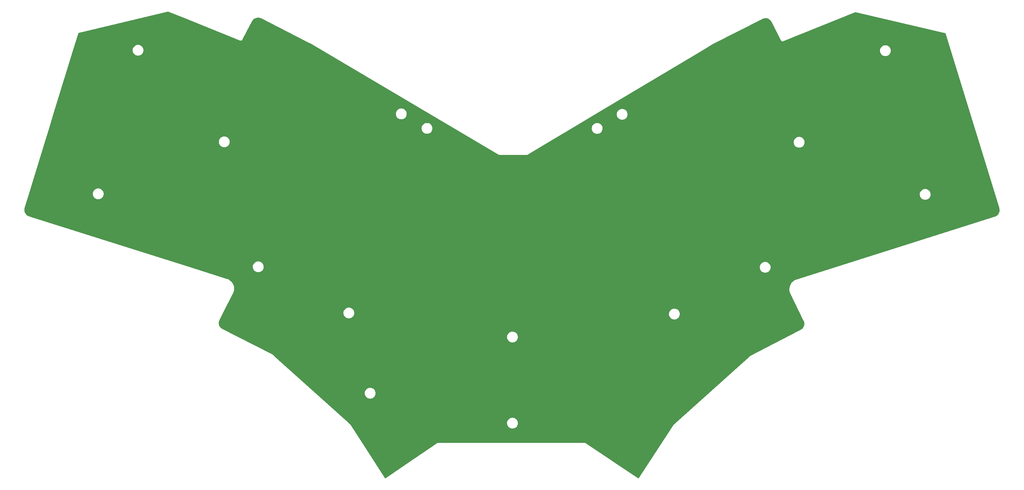
<source format=gbr>
G04 #@! TF.GenerationSoftware,KiCad,Pcbnew,(6.0.7)*
G04 #@! TF.CreationDate,2023-01-10T18:41:08-06:00*
G04 #@! TF.ProjectId,voxcertus-bottom,766f7863-6572-4747-9573-2d626f74746f,1.7*
G04 #@! TF.SameCoordinates,Original*
G04 #@! TF.FileFunction,Copper,L2,Bot*
G04 #@! TF.FilePolarity,Positive*
%FSLAX46Y46*%
G04 Gerber Fmt 4.6, Leading zero omitted, Abs format (unit mm)*
G04 Created by KiCad (PCBNEW (6.0.7)) date 2023-01-10 18:41:08*
%MOMM*%
%LPD*%
G01*
G04 APERTURE LIST*
G04 APERTURE END LIST*
G04 #@! TA.AperFunction,NonConductor*
G36*
X54671178Y-33757254D02*
G01*
X59372750Y-35656762D01*
X76076512Y-42405340D01*
X76079420Y-42406515D01*
X76090948Y-42411864D01*
X76127378Y-42431059D01*
X76136169Y-42432845D01*
X76185913Y-42442951D01*
X76190989Y-42444092D01*
X76248982Y-42458390D01*
X76257348Y-42458032D01*
X76257561Y-42458064D01*
X76261697Y-42458390D01*
X76261914Y-42458392D01*
X76270120Y-42460059D01*
X76279070Y-42459305D01*
X76279071Y-42459305D01*
X76297171Y-42457780D01*
X76329631Y-42455045D01*
X76334800Y-42454717D01*
X76371430Y-42453149D01*
X76385537Y-42452545D01*
X76385538Y-42452545D01*
X76394506Y-42452161D01*
X76402434Y-42449470D01*
X76402663Y-42449439D01*
X76406696Y-42448597D01*
X76406916Y-42448534D01*
X76415263Y-42447831D01*
X76423636Y-42444597D01*
X76423638Y-42444597D01*
X76458693Y-42431059D01*
X76470992Y-42426309D01*
X76475867Y-42424542D01*
X76532433Y-42405340D01*
X76539288Y-42400531D01*
X76539484Y-42400444D01*
X76543147Y-42398489D01*
X76543329Y-42398375D01*
X76551140Y-42395358D01*
X76571265Y-42379963D01*
X76598568Y-42359076D01*
X76602764Y-42356002D01*
X76644325Y-42326847D01*
X76644326Y-42326846D01*
X76651676Y-42321690D01*
X76656908Y-42315147D01*
X76657066Y-42315013D01*
X76660035Y-42312109D01*
X76660183Y-42311942D01*
X76666829Y-42306858D01*
X76702177Y-42258711D01*
X76705340Y-42254585D01*
X76737039Y-42214946D01*
X76737040Y-42214945D01*
X76742647Y-42207933D01*
X76759805Y-42166201D01*
X76764507Y-42156068D01*
X78127338Y-39530761D01*
X79543731Y-36802273D01*
X79550641Y-36790556D01*
X79567211Y-36765641D01*
X79567213Y-36765637D01*
X79572182Y-36758165D01*
X79577075Y-36742481D01*
X79586651Y-36719838D01*
X79643541Y-36615170D01*
X79693409Y-36523422D01*
X79702209Y-36509488D01*
X79849227Y-36307320D01*
X79859772Y-36294652D01*
X79920019Y-36231221D01*
X80031918Y-36113408D01*
X80044018Y-36102232D01*
X80238340Y-35945015D01*
X80251804Y-35935508D01*
X80465001Y-35804990D01*
X80479590Y-35797323D01*
X80707979Y-35695758D01*
X80723444Y-35690060D01*
X80963150Y-35619170D01*
X80979226Y-35615540D01*
X81226131Y-35576545D01*
X81242531Y-35575046D01*
X81379168Y-35571528D01*
X81492416Y-35568612D01*
X81508884Y-35569266D01*
X81757466Y-35595503D01*
X81773709Y-35598301D01*
X82016746Y-35656762D01*
X82032484Y-35661657D01*
X82234444Y-35739284D01*
X82255017Y-35749913D01*
X82258158Y-35751409D01*
X82265635Y-35756382D01*
X82283946Y-35762094D01*
X82303685Y-35770142D01*
X95802657Y-42658792D01*
X97020889Y-43280467D01*
X97027677Y-43284199D01*
X153139196Y-76414211D01*
X153158543Y-76428269D01*
X153167951Y-76436578D01*
X153176080Y-76440394D01*
X153176079Y-76440394D01*
X153207122Y-76454969D01*
X153217639Y-76460527D01*
X153219045Y-76461357D01*
X153222907Y-76463637D01*
X153228437Y-76465917D01*
X153242110Y-76471555D01*
X153247628Y-76473986D01*
X153299800Y-76498481D01*
X153308670Y-76499862D01*
X153311066Y-76500595D01*
X153311886Y-76500889D01*
X153312744Y-76501064D01*
X153315165Y-76501679D01*
X153323466Y-76505102D01*
X153380782Y-76511236D01*
X153386762Y-76512022D01*
X153405563Y-76514950D01*
X153405576Y-76514951D01*
X153410386Y-76515700D01*
X153415768Y-76515700D01*
X153429177Y-76516416D01*
X153459370Y-76519648D01*
X153459373Y-76519648D01*
X153468297Y-76520603D01*
X153484514Y-76517688D01*
X153506805Y-76515700D01*
X161490885Y-76515700D01*
X161514077Y-76517853D01*
X161527977Y-76520456D01*
X161536905Y-76519566D01*
X161536906Y-76519566D01*
X161569456Y-76516321D01*
X161581955Y-76515700D01*
X161586513Y-76515700D01*
X161605982Y-76512912D01*
X161608664Y-76512528D01*
X161614025Y-76511878D01*
X161663979Y-76506898D01*
X161672916Y-76506007D01*
X161680960Y-76502758D01*
X161681878Y-76502579D01*
X161684722Y-76501814D01*
X161685598Y-76501510D01*
X161694187Y-76500280D01*
X161748112Y-76475761D01*
X161753048Y-76473643D01*
X161776690Y-76464095D01*
X161780870Y-76461599D01*
X161783314Y-76460385D01*
X161792407Y-76455622D01*
X161818616Y-76443705D01*
X161826782Y-76439992D01*
X161833577Y-76434137D01*
X161833582Y-76434134D01*
X161840475Y-76428195D01*
X161858120Y-76415471D01*
X167984452Y-72757200D01*
X241116526Y-72757200D01*
X241136391Y-73009603D01*
X241195495Y-73255791D01*
X241197388Y-73260362D01*
X241197389Y-73260364D01*
X241236642Y-73355128D01*
X241292384Y-73489702D01*
X241424672Y-73705576D01*
X241589102Y-73898098D01*
X241781624Y-74062528D01*
X241997498Y-74194816D01*
X242002068Y-74196709D01*
X242002072Y-74196711D01*
X242226836Y-74289811D01*
X242231409Y-74291705D01*
X242316032Y-74312021D01*
X242472784Y-74349654D01*
X242472790Y-74349655D01*
X242477597Y-74350809D01*
X242577416Y-74358665D01*
X242664345Y-74365507D01*
X242664352Y-74365507D01*
X242666801Y-74365700D01*
X242793199Y-74365700D01*
X242795648Y-74365507D01*
X242795655Y-74365507D01*
X242882584Y-74358665D01*
X242982403Y-74350809D01*
X242987210Y-74349655D01*
X242987216Y-74349654D01*
X243143968Y-74312021D01*
X243228591Y-74291705D01*
X243233164Y-74289811D01*
X243457928Y-74196711D01*
X243457932Y-74196709D01*
X243462502Y-74194816D01*
X243678376Y-74062528D01*
X243870898Y-73898098D01*
X244035328Y-73705576D01*
X244167616Y-73489702D01*
X244223359Y-73355128D01*
X244262611Y-73260364D01*
X244262612Y-73260362D01*
X244264505Y-73255791D01*
X244323609Y-73009603D01*
X244343474Y-72757200D01*
X244323609Y-72504797D01*
X244264505Y-72258609D01*
X244262611Y-72254036D01*
X244169511Y-72029272D01*
X244169509Y-72029268D01*
X244167616Y-72024698D01*
X244035328Y-71808824D01*
X243870898Y-71616302D01*
X243678376Y-71451872D01*
X243462502Y-71319584D01*
X243457932Y-71317691D01*
X243457928Y-71317689D01*
X243233164Y-71224589D01*
X243233162Y-71224588D01*
X243228591Y-71222695D01*
X243143968Y-71202379D01*
X242987216Y-71164746D01*
X242987210Y-71164745D01*
X242982403Y-71163591D01*
X242882584Y-71155735D01*
X242795655Y-71148893D01*
X242795648Y-71148893D01*
X242793199Y-71148700D01*
X242666801Y-71148700D01*
X242664352Y-71148893D01*
X242664345Y-71148893D01*
X242577416Y-71155735D01*
X242477597Y-71163591D01*
X242472790Y-71164745D01*
X242472784Y-71164746D01*
X242316032Y-71202379D01*
X242231409Y-71222695D01*
X242226838Y-71224588D01*
X242226836Y-71224589D01*
X242002072Y-71317689D01*
X242002068Y-71317691D01*
X241997498Y-71319584D01*
X241781624Y-71451872D01*
X241589102Y-71616302D01*
X241424672Y-71808824D01*
X241292384Y-72024698D01*
X241290491Y-72029268D01*
X241290489Y-72029272D01*
X241197389Y-72254036D01*
X241195495Y-72258609D01*
X241136391Y-72504797D01*
X241116526Y-72757200D01*
X167984452Y-72757200D01*
X174900765Y-68627200D01*
X180916526Y-68627200D01*
X180936391Y-68879603D01*
X180995495Y-69125791D01*
X180997388Y-69130362D01*
X180997389Y-69130364D01*
X181090073Y-69354122D01*
X181092384Y-69359702D01*
X181224672Y-69575576D01*
X181389102Y-69768098D01*
X181581624Y-69932528D01*
X181797498Y-70064816D01*
X181802068Y-70066709D01*
X181802072Y-70066711D01*
X182010538Y-70153060D01*
X182031409Y-70161705D01*
X182116032Y-70182021D01*
X182272784Y-70219654D01*
X182272790Y-70219655D01*
X182277597Y-70220809D01*
X182377416Y-70228665D01*
X182464345Y-70235507D01*
X182464352Y-70235507D01*
X182466801Y-70235700D01*
X182593199Y-70235700D01*
X182595648Y-70235507D01*
X182595655Y-70235507D01*
X182682584Y-70228665D01*
X182782403Y-70220809D01*
X182787210Y-70219655D01*
X182787216Y-70219654D01*
X182943968Y-70182021D01*
X183028591Y-70161705D01*
X183049462Y-70153060D01*
X183257928Y-70066711D01*
X183257932Y-70066709D01*
X183262502Y-70064816D01*
X183478376Y-69932528D01*
X183670898Y-69768098D01*
X183835328Y-69575576D01*
X183967616Y-69359702D01*
X183969928Y-69354122D01*
X184062611Y-69130364D01*
X184062612Y-69130362D01*
X184064505Y-69125791D01*
X184123609Y-68879603D01*
X184143474Y-68627200D01*
X184123609Y-68374797D01*
X184121257Y-68364997D01*
X184065660Y-68133421D01*
X184064505Y-68128609D01*
X183967616Y-67894698D01*
X183964414Y-67889472D01*
X183837910Y-67683038D01*
X183835328Y-67678824D01*
X183670898Y-67486302D01*
X183478376Y-67321872D01*
X183262502Y-67189584D01*
X183257932Y-67187691D01*
X183257928Y-67187689D01*
X183033164Y-67094589D01*
X183033162Y-67094588D01*
X183028591Y-67092695D01*
X182943968Y-67072379D01*
X182787216Y-67034746D01*
X182787210Y-67034745D01*
X182782403Y-67033591D01*
X182682584Y-67025735D01*
X182595655Y-67018893D01*
X182595648Y-67018893D01*
X182593199Y-67018700D01*
X182466801Y-67018700D01*
X182464352Y-67018893D01*
X182464345Y-67018893D01*
X182377416Y-67025735D01*
X182277597Y-67033591D01*
X182272790Y-67034745D01*
X182272784Y-67034746D01*
X182116032Y-67072379D01*
X182031409Y-67092695D01*
X182026838Y-67094588D01*
X182026836Y-67094589D01*
X181802072Y-67187689D01*
X181802068Y-67187691D01*
X181797498Y-67189584D01*
X181581624Y-67321872D01*
X181389102Y-67486302D01*
X181224672Y-67678824D01*
X181222090Y-67683038D01*
X181095587Y-67889472D01*
X181092384Y-67894698D01*
X180995495Y-68128609D01*
X180994340Y-68133421D01*
X180938744Y-68364997D01*
X180936391Y-68374797D01*
X180916526Y-68627200D01*
X174900765Y-68627200D01*
X181934304Y-64427200D01*
X188366526Y-64427200D01*
X188386391Y-64679603D01*
X188445495Y-64925791D01*
X188447388Y-64930362D01*
X188447389Y-64930364D01*
X188486642Y-65025128D01*
X188542384Y-65159702D01*
X188674672Y-65375576D01*
X188839102Y-65568098D01*
X189031624Y-65732528D01*
X189247498Y-65864816D01*
X189252068Y-65866709D01*
X189252072Y-65866711D01*
X189476836Y-65959811D01*
X189481409Y-65961705D01*
X189566032Y-65982021D01*
X189722784Y-66019654D01*
X189722790Y-66019655D01*
X189727597Y-66020809D01*
X189827416Y-66028665D01*
X189914345Y-66035507D01*
X189914352Y-66035507D01*
X189916801Y-66035700D01*
X190043199Y-66035700D01*
X190045648Y-66035507D01*
X190045655Y-66035507D01*
X190132584Y-66028665D01*
X190232403Y-66020809D01*
X190237210Y-66019655D01*
X190237216Y-66019654D01*
X190393968Y-65982021D01*
X190478591Y-65961705D01*
X190483164Y-65959811D01*
X190707928Y-65866711D01*
X190707932Y-65866709D01*
X190712502Y-65864816D01*
X190928376Y-65732528D01*
X191120898Y-65568098D01*
X191285328Y-65375576D01*
X191417616Y-65159702D01*
X191473359Y-65025128D01*
X191512611Y-64930364D01*
X191512612Y-64930362D01*
X191514505Y-64925791D01*
X191573609Y-64679603D01*
X191593474Y-64427200D01*
X191573609Y-64174797D01*
X191514505Y-63928609D01*
X191512611Y-63924036D01*
X191419511Y-63699272D01*
X191419509Y-63699268D01*
X191417616Y-63694698D01*
X191285328Y-63478824D01*
X191120898Y-63286302D01*
X190928376Y-63121872D01*
X190712502Y-62989584D01*
X190707932Y-62987691D01*
X190707928Y-62987689D01*
X190483164Y-62894589D01*
X190483162Y-62894588D01*
X190478591Y-62892695D01*
X190393968Y-62872379D01*
X190237216Y-62834746D01*
X190237210Y-62834745D01*
X190232403Y-62833591D01*
X190132584Y-62825735D01*
X190045655Y-62818893D01*
X190045648Y-62818893D01*
X190043199Y-62818700D01*
X189916801Y-62818700D01*
X189914352Y-62818893D01*
X189914345Y-62818893D01*
X189827416Y-62825735D01*
X189727597Y-62833591D01*
X189722790Y-62834745D01*
X189722784Y-62834746D01*
X189566032Y-62872379D01*
X189481409Y-62892695D01*
X189476838Y-62894588D01*
X189476836Y-62894589D01*
X189252072Y-62987689D01*
X189252068Y-62987691D01*
X189247498Y-62989584D01*
X189031624Y-63121872D01*
X188839102Y-63286302D01*
X188674672Y-63478824D01*
X188542384Y-63694698D01*
X188540491Y-63699268D01*
X188540489Y-63699272D01*
X188447389Y-63924036D01*
X188445495Y-63928609D01*
X188386391Y-64174797D01*
X188366526Y-64427200D01*
X181934304Y-64427200D01*
X213752695Y-45427200D01*
X266826526Y-45427200D01*
X266846391Y-45679603D01*
X266905495Y-45925791D01*
X267002384Y-46159702D01*
X267134672Y-46375576D01*
X267299102Y-46568098D01*
X267491624Y-46732528D01*
X267707498Y-46864816D01*
X267712068Y-46866709D01*
X267712072Y-46866711D01*
X267813443Y-46908700D01*
X267941409Y-46961705D01*
X268026032Y-46982021D01*
X268182784Y-47019654D01*
X268182790Y-47019655D01*
X268187597Y-47020809D01*
X268287416Y-47028665D01*
X268374345Y-47035507D01*
X268374352Y-47035507D01*
X268376801Y-47035700D01*
X268503199Y-47035700D01*
X268505648Y-47035507D01*
X268505655Y-47035507D01*
X268592584Y-47028665D01*
X268692403Y-47020809D01*
X268697210Y-47019655D01*
X268697216Y-47019654D01*
X268853968Y-46982021D01*
X268938591Y-46961705D01*
X269066557Y-46908700D01*
X269167928Y-46866711D01*
X269167932Y-46866709D01*
X269172502Y-46864816D01*
X269388376Y-46732528D01*
X269580898Y-46568098D01*
X269745328Y-46375576D01*
X269877616Y-46159702D01*
X269974505Y-45925791D01*
X270033609Y-45679603D01*
X270053474Y-45427200D01*
X270033609Y-45174797D01*
X269974505Y-44928609D01*
X269877616Y-44694698D01*
X269745328Y-44478824D01*
X269580898Y-44286302D01*
X269388376Y-44121872D01*
X269172502Y-43989584D01*
X269167932Y-43987691D01*
X269167928Y-43987689D01*
X268943164Y-43894589D01*
X268943162Y-43894588D01*
X268938591Y-43892695D01*
X268853968Y-43872379D01*
X268697216Y-43834746D01*
X268697210Y-43834745D01*
X268692403Y-43833591D01*
X268592584Y-43825735D01*
X268505655Y-43818893D01*
X268505648Y-43818893D01*
X268503199Y-43818700D01*
X268376801Y-43818700D01*
X268374352Y-43818893D01*
X268374345Y-43818893D01*
X268287416Y-43825735D01*
X268187597Y-43833591D01*
X268182790Y-43834745D01*
X268182784Y-43834746D01*
X268026032Y-43872379D01*
X267941409Y-43892695D01*
X267936838Y-43894588D01*
X267936836Y-43894589D01*
X267712072Y-43987689D01*
X267712068Y-43987691D01*
X267707498Y-43989584D01*
X267491624Y-44121872D01*
X267299102Y-44286302D01*
X267134672Y-44478824D01*
X267002384Y-44694698D01*
X266905495Y-44928609D01*
X266846391Y-45174797D01*
X266826526Y-45427200D01*
X213752695Y-45427200D01*
X217044197Y-43461716D01*
X217051598Y-43457626D01*
X231745185Y-35971738D01*
X231763506Y-35964156D01*
X231776841Y-35959831D01*
X231776845Y-35959829D01*
X231785379Y-35957061D01*
X231792793Y-35952009D01*
X231792797Y-35952007D01*
X231798930Y-35947828D01*
X231820524Y-35936022D01*
X232025399Y-35848803D01*
X232040987Y-35843345D01*
X232280913Y-35776631D01*
X232297086Y-35773259D01*
X232543690Y-35738521D01*
X232560167Y-35737294D01*
X232676009Y-35736290D01*
X232809189Y-35735135D01*
X232825689Y-35736076D01*
X232892233Y-35744275D01*
X233072846Y-35766529D01*
X233089078Y-35769621D01*
X233330138Y-35832168D01*
X233345829Y-35837359D01*
X233392283Y-35856190D01*
X233576614Y-35930913D01*
X233591471Y-35938103D01*
X233808050Y-36061076D01*
X233821846Y-36070156D01*
X233879022Y-36113411D01*
X234020449Y-36220406D01*
X234032937Y-36231211D01*
X234210172Y-36406172D01*
X234221142Y-36418525D01*
X234373944Y-36615170D01*
X234383205Y-36628855D01*
X234491908Y-36814669D01*
X234501640Y-36836506D01*
X234502913Y-36839131D01*
X234505644Y-36847681D01*
X234510663Y-36855117D01*
X234510664Y-36855119D01*
X234525268Y-36876755D01*
X234532950Y-36889755D01*
X237314599Y-42315013D01*
X237333349Y-42351583D01*
X237338362Y-42362641D01*
X237350771Y-42393949D01*
X237350774Y-42393955D01*
X237354079Y-42402292D01*
X237359592Y-42409368D01*
X237359596Y-42409375D01*
X237389900Y-42448269D01*
X237393332Y-42452888D01*
X237427016Y-42500472D01*
X237434051Y-42506049D01*
X237434750Y-42506787D01*
X237435743Y-42507942D01*
X237436208Y-42508411D01*
X237437365Y-42509423D01*
X237438087Y-42510118D01*
X237443599Y-42517193D01*
X237450876Y-42522437D01*
X237450877Y-42522438D01*
X237490863Y-42551254D01*
X237495469Y-42554736D01*
X237534131Y-42585384D01*
X237541160Y-42590956D01*
X237549469Y-42594330D01*
X237550344Y-42594841D01*
X237551616Y-42595667D01*
X237552209Y-42595995D01*
X237553609Y-42596644D01*
X237554485Y-42597102D01*
X237561769Y-42602352D01*
X237600401Y-42616015D01*
X237616703Y-42621781D01*
X237622086Y-42623824D01*
X237676111Y-42645767D01*
X237685045Y-42646675D01*
X237686033Y-42646921D01*
X237687488Y-42647358D01*
X237688137Y-42647504D01*
X237689659Y-42647733D01*
X237690627Y-42647927D01*
X237699090Y-42650920D01*
X237708050Y-42651418D01*
X237708052Y-42651418D01*
X237737002Y-42653025D01*
X237757255Y-42654150D01*
X237762992Y-42654600D01*
X237797559Y-42658114D01*
X237812090Y-42659592D01*
X237812091Y-42659592D01*
X237821022Y-42660500D01*
X237829851Y-42658865D01*
X237830866Y-42658823D01*
X237832390Y-42658834D01*
X237833040Y-42658792D01*
X237834574Y-42658584D01*
X237835559Y-42658498D01*
X237844524Y-42658996D01*
X237901295Y-42645762D01*
X237906912Y-42644588D01*
X237923327Y-42641547D01*
X237955420Y-42635602D01*
X237955423Y-42635601D01*
X237964243Y-42633967D01*
X237972249Y-42629924D01*
X237972251Y-42629923D01*
X238005837Y-42612961D01*
X238015495Y-42608584D01*
X259452618Y-33959626D01*
X259528360Y-33953762D01*
X286333079Y-40200730D01*
X286394881Y-40235672D01*
X286424956Y-40286542D01*
X302353402Y-92292670D01*
X302404087Y-92458157D01*
X302408849Y-92481224D01*
X302410330Y-92494629D01*
X302413780Y-92502914D01*
X302413780Y-92502916D01*
X302416640Y-92509785D01*
X302423832Y-92533309D01*
X302467575Y-92750255D01*
X302469770Y-92766605D01*
X302476146Y-92860356D01*
X302486578Y-93013758D01*
X302486617Y-93030259D01*
X302477223Y-93178824D01*
X302470984Y-93277481D01*
X302468867Y-93293836D01*
X302429179Y-93495622D01*
X302421061Y-93536898D01*
X302416823Y-93552845D01*
X302337667Y-93787561D01*
X302331384Y-93802815D01*
X302317672Y-93830748D01*
X302222224Y-94025193D01*
X302213999Y-94039496D01*
X302076718Y-94245696D01*
X302066702Y-94258792D01*
X301903650Y-94445288D01*
X301891998Y-94456973D01*
X301705980Y-94620554D01*
X301692905Y-94630613D01*
X301622754Y-94677608D01*
X301487106Y-94768480D01*
X301472828Y-94776746D01*
X301250760Y-94886546D01*
X301235535Y-94892869D01*
X301110147Y-94935558D01*
X301032820Y-94961884D01*
X301010297Y-94966876D01*
X301006847Y-94967758D01*
X300997922Y-94968727D01*
X300955293Y-94986381D01*
X300945170Y-94990075D01*
X242012996Y-113676655D01*
X241992884Y-113681259D01*
X241976973Y-113683551D01*
X241976965Y-113683553D01*
X241972154Y-113684246D01*
X241960153Y-113687927D01*
X241955774Y-113690054D01*
X241953257Y-113691044D01*
X241947379Y-113693584D01*
X241651329Y-113806268D01*
X241648293Y-113807816D01*
X241359747Y-113954926D01*
X241359743Y-113954929D01*
X241356727Y-113956466D01*
X241353895Y-113958319D01*
X241353889Y-113958322D01*
X241082832Y-114135630D01*
X241082825Y-114135635D01*
X241079994Y-114137487D01*
X240824341Y-114347229D01*
X240592737Y-114583257D01*
X240387869Y-114842832D01*
X240386069Y-114845700D01*
X240386066Y-114845705D01*
X240348188Y-114906074D01*
X240212117Y-115122941D01*
X240210631Y-115125997D01*
X240210630Y-115125999D01*
X240124045Y-115304077D01*
X240067519Y-115420332D01*
X240066373Y-115423524D01*
X240066371Y-115423528D01*
X239956903Y-115728352D01*
X239956900Y-115728361D01*
X239955754Y-115731553D01*
X239878120Y-116052992D01*
X239835518Y-116380917D01*
X239828442Y-116711523D01*
X239856975Y-117040970D01*
X239857627Y-117044286D01*
X239857628Y-117044292D01*
X239918166Y-117352117D01*
X239920785Y-117365436D01*
X240019131Y-117681155D01*
X240020483Y-117684268D01*
X240020485Y-117684273D01*
X240138657Y-117956337D01*
X240142471Y-117966674D01*
X240143318Y-117968830D01*
X240144744Y-117973491D01*
X240150221Y-117984786D01*
X240152991Y-117988784D01*
X240164471Y-118005353D01*
X240174101Y-118021778D01*
X244006503Y-125862154D01*
X244060086Y-125971775D01*
X244067249Y-125989843D01*
X244074351Y-126012780D01*
X244079304Y-126020262D01*
X244079305Y-126020264D01*
X244083414Y-126026471D01*
X244094924Y-126048207D01*
X244179733Y-126254968D01*
X244184975Y-126270584D01*
X244248813Y-126512196D01*
X244251970Y-126528364D01*
X244283716Y-126776222D01*
X244284736Y-126792671D01*
X244284287Y-126918829D01*
X244283847Y-127042555D01*
X244282710Y-127059001D01*
X244249207Y-127306619D01*
X244245933Y-127322777D01*
X244180384Y-127563913D01*
X244175028Y-127579504D01*
X244089071Y-127784898D01*
X244078561Y-127810011D01*
X244071221Y-127824758D01*
X243945478Y-128040708D01*
X243936268Y-128054381D01*
X243783415Y-128252055D01*
X243772499Y-128264409D01*
X243595142Y-128440437D01*
X243582706Y-128451260D01*
X243383891Y-128602621D01*
X243370149Y-128611728D01*
X243182414Y-128719161D01*
X243161218Y-128728367D01*
X243158033Y-128729874D01*
X243149460Y-128732525D01*
X243141974Y-128737476D01*
X243116206Y-128754518D01*
X243104807Y-128761225D01*
X242436944Y-129108331D01*
X228217420Y-136498599D01*
X228195742Y-136507416D01*
X228182483Y-136511420D01*
X228147305Y-136534354D01*
X228136611Y-136540598D01*
X228132301Y-136542838D01*
X228128653Y-136545451D01*
X228114380Y-136555674D01*
X228109838Y-136558779D01*
X228088728Y-136572541D01*
X228085108Y-136575795D01*
X228083591Y-136576960D01*
X228074806Y-136584018D01*
X228051170Y-136600948D01*
X228043871Y-136606176D01*
X228038336Y-136613239D01*
X228038334Y-136613240D01*
X228032909Y-136620162D01*
X228017971Y-136636142D01*
X205495702Y-156880879D01*
X205477711Y-156894355D01*
X205471548Y-156898164D01*
X205471544Y-156898167D01*
X205463907Y-156902887D01*
X205437405Y-156932336D01*
X205432536Y-156937202D01*
X205432551Y-156937217D01*
X205429442Y-156940439D01*
X205426111Y-156943433D01*
X205423247Y-156946859D01*
X205423234Y-156946872D01*
X205410443Y-156962171D01*
X205407438Y-156965635D01*
X205389041Y-156986078D01*
X205386383Y-156990151D01*
X205383410Y-156994016D01*
X205383336Y-156993959D01*
X205379227Y-156999508D01*
X205356341Y-157026881D01*
X205352749Y-157035104D01*
X205348276Y-157045344D01*
X205338323Y-157063777D01*
X204968145Y-157630881D01*
X194941342Y-172991702D01*
X194887359Y-173037811D01*
X194817015Y-173047415D01*
X194765736Y-173027530D01*
X194762219Y-173025175D01*
X179195072Y-162603072D01*
X179181714Y-162592769D01*
X179165547Y-162578477D01*
X179165546Y-162578476D01*
X179158821Y-162572531D01*
X179095354Y-162542694D01*
X179094412Y-162542247D01*
X179045720Y-162518863D01*
X179031055Y-162511820D01*
X179028940Y-162511472D01*
X179027003Y-162510561D01*
X178957644Y-162499726D01*
X178956618Y-162499561D01*
X178915210Y-162492742D01*
X178887333Y-162488151D01*
X178857180Y-162491825D01*
X178853103Y-162492322D01*
X178837799Y-162493247D01*
X136031824Y-162471752D01*
X135156927Y-162471313D01*
X135141069Y-162470303D01*
X135117182Y-162467260D01*
X135117179Y-162467260D01*
X135108276Y-162466126D01*
X135084600Y-162469893D01*
X135041372Y-162476771D01*
X135039375Y-162477072D01*
X134980963Y-162485408D01*
X134980961Y-162485408D01*
X134972331Y-162486640D01*
X134968539Y-162488362D01*
X134964428Y-162489016D01*
X134941980Y-162499647D01*
X134903200Y-162518012D01*
X134901365Y-162518863D01*
X134847877Y-162543150D01*
X134847875Y-162543151D01*
X134839705Y-162546861D01*
X134832906Y-162552713D01*
X134832899Y-162552718D01*
X134811676Y-162570988D01*
X134800289Y-162579713D01*
X125849870Y-168660494D01*
X119430536Y-173021694D01*
X119362949Y-173043430D01*
X119294339Y-173025175D01*
X119253900Y-172985853D01*
X112538369Y-162592769D01*
X108968672Y-157068238D01*
X108958370Y-157048738D01*
X108951653Y-157032779D01*
X108927348Y-157002901D01*
X108923677Y-156997848D01*
X108923604Y-156997903D01*
X108920915Y-156994328D01*
X108918481Y-156990561D01*
X108901756Y-156971333D01*
X108899082Y-156968154D01*
X108884099Y-156949736D01*
X108884098Y-156949735D01*
X108881027Y-156945960D01*
X108877411Y-156942701D01*
X108874058Y-156939175D01*
X108874183Y-156939056D01*
X108869792Y-156934587D01*
X108868672Y-156933300D01*
X108847094Y-156908493D01*
X108839534Y-156903643D01*
X108829214Y-156897022D01*
X108812904Y-156884574D01*
X108474670Y-156579792D01*
X155665726Y-156579792D01*
X155685591Y-156832195D01*
X155686745Y-156837002D01*
X155686746Y-156837008D01*
X155712903Y-156945960D01*
X155744695Y-157078383D01*
X155841584Y-157312294D01*
X155973872Y-157528168D01*
X156138302Y-157720690D01*
X156330824Y-157885120D01*
X156546698Y-158017408D01*
X156551268Y-158019301D01*
X156551272Y-158019303D01*
X156776036Y-158112403D01*
X156780609Y-158114297D01*
X156865232Y-158134613D01*
X157021984Y-158172246D01*
X157021990Y-158172247D01*
X157026797Y-158173401D01*
X157126616Y-158181257D01*
X157213545Y-158188099D01*
X157213552Y-158188099D01*
X157216001Y-158188292D01*
X157342399Y-158188292D01*
X157344848Y-158188099D01*
X157344855Y-158188099D01*
X157431784Y-158181257D01*
X157531603Y-158173401D01*
X157536410Y-158172247D01*
X157536416Y-158172246D01*
X157693168Y-158134613D01*
X157777791Y-158114297D01*
X157782364Y-158112403D01*
X158007128Y-158019303D01*
X158007132Y-158019301D01*
X158011702Y-158017408D01*
X158227576Y-157885120D01*
X158420098Y-157720690D01*
X158584528Y-157528168D01*
X158716816Y-157312294D01*
X158813705Y-157078383D01*
X158845497Y-156945960D01*
X158871654Y-156837008D01*
X158871655Y-156837002D01*
X158872809Y-156832195D01*
X158892674Y-156579792D01*
X158872809Y-156327389D01*
X158813705Y-156081201D01*
X158716816Y-155847290D01*
X158584528Y-155631416D01*
X158420098Y-155438894D01*
X158227576Y-155274464D01*
X158011702Y-155142176D01*
X158007132Y-155140283D01*
X158007128Y-155140281D01*
X157782364Y-155047181D01*
X157782362Y-155047180D01*
X157777791Y-155045287D01*
X157693168Y-155024971D01*
X157536416Y-154987338D01*
X157536410Y-154987337D01*
X157531603Y-154986183D01*
X157431784Y-154978327D01*
X157344855Y-154971485D01*
X157344848Y-154971485D01*
X157342399Y-154971292D01*
X157216001Y-154971292D01*
X157213552Y-154971485D01*
X157213545Y-154971485D01*
X157126616Y-154978327D01*
X157026797Y-154986183D01*
X157021990Y-154987337D01*
X157021984Y-154987338D01*
X156865232Y-155024971D01*
X156780609Y-155045287D01*
X156776038Y-155047180D01*
X156776036Y-155047181D01*
X156551272Y-155140281D01*
X156551268Y-155140283D01*
X156546698Y-155142176D01*
X156330824Y-155274464D01*
X156138302Y-155438894D01*
X155973872Y-155631416D01*
X155841584Y-155847290D01*
X155744695Y-156081201D01*
X155685591Y-156327389D01*
X155665726Y-156579792D01*
X108474670Y-156579792D01*
X98553861Y-147640162D01*
X113247726Y-147640162D01*
X113267591Y-147892565D01*
X113326695Y-148138753D01*
X113423584Y-148372664D01*
X113555872Y-148588538D01*
X113720302Y-148781060D01*
X113912824Y-148945490D01*
X114128698Y-149077778D01*
X114133268Y-149079671D01*
X114133272Y-149079673D01*
X114358036Y-149172773D01*
X114362609Y-149174667D01*
X114447232Y-149194983D01*
X114603984Y-149232616D01*
X114603990Y-149232617D01*
X114608797Y-149233771D01*
X114708616Y-149241627D01*
X114795545Y-149248469D01*
X114795552Y-149248469D01*
X114798001Y-149248662D01*
X114924399Y-149248662D01*
X114926848Y-149248469D01*
X114926855Y-149248469D01*
X115013784Y-149241627D01*
X115113603Y-149233771D01*
X115118410Y-149232617D01*
X115118416Y-149232616D01*
X115275168Y-149194983D01*
X115359791Y-149174667D01*
X115364364Y-149172773D01*
X115589128Y-149079673D01*
X115589132Y-149079671D01*
X115593702Y-149077778D01*
X115809576Y-148945490D01*
X116002098Y-148781060D01*
X116166528Y-148588538D01*
X116298816Y-148372664D01*
X116395705Y-148138753D01*
X116454809Y-147892565D01*
X116474674Y-147640162D01*
X116454809Y-147387759D01*
X116395705Y-147141571D01*
X116298816Y-146907660D01*
X116166528Y-146691786D01*
X116002098Y-146499264D01*
X115809576Y-146334834D01*
X115593702Y-146202546D01*
X115589132Y-146200653D01*
X115589128Y-146200651D01*
X115364364Y-146107551D01*
X115364362Y-146107550D01*
X115359791Y-146105657D01*
X115275168Y-146085341D01*
X115118416Y-146047708D01*
X115118410Y-146047707D01*
X115113603Y-146046553D01*
X115013784Y-146038697D01*
X114926855Y-146031855D01*
X114926848Y-146031855D01*
X114924399Y-146031662D01*
X114798001Y-146031662D01*
X114795552Y-146031855D01*
X114795545Y-146031855D01*
X114708616Y-146038697D01*
X114608797Y-146046553D01*
X114603990Y-146047707D01*
X114603984Y-146047708D01*
X114447232Y-146085341D01*
X114362609Y-146105657D01*
X114358038Y-146107550D01*
X114358036Y-146107551D01*
X114133272Y-146200651D01*
X114133268Y-146200653D01*
X114128698Y-146202546D01*
X113912824Y-146334834D01*
X113720302Y-146499264D01*
X113555872Y-146691786D01*
X113423584Y-146907660D01*
X113326695Y-147141571D01*
X113267591Y-147387759D01*
X113247726Y-147640162D01*
X98553861Y-147640162D01*
X87188215Y-137398591D01*
X85779370Y-136129082D01*
X85764278Y-136112861D01*
X85759315Y-136106483D01*
X85753807Y-136099405D01*
X85746532Y-136094156D01*
X85746529Y-136094153D01*
X85722357Y-136076712D01*
X85717378Y-136072692D01*
X85717332Y-136072751D01*
X85713803Y-136069999D01*
X85710473Y-136066999D01*
X85689508Y-136052926D01*
X85686069Y-136050532D01*
X85663046Y-136033921D01*
X85658710Y-136031716D01*
X85654549Y-136029177D01*
X85654629Y-136029046D01*
X85649090Y-136025795D01*
X85627615Y-136011379D01*
X85627612Y-136011377D01*
X85620161Y-136006376D01*
X85600167Y-136000045D01*
X85581083Y-135992231D01*
X75532720Y-130881200D01*
X155665726Y-130881200D01*
X155685591Y-131133603D01*
X155744695Y-131379791D01*
X155841584Y-131613702D01*
X155973872Y-131829576D01*
X156138302Y-132022098D01*
X156330824Y-132186528D01*
X156546698Y-132318816D01*
X156551268Y-132320709D01*
X156551272Y-132320711D01*
X156776036Y-132413811D01*
X156780609Y-132415705D01*
X156865232Y-132436021D01*
X157021984Y-132473654D01*
X157021990Y-132473655D01*
X157026797Y-132474809D01*
X157126616Y-132482665D01*
X157213545Y-132489507D01*
X157213552Y-132489507D01*
X157216001Y-132489700D01*
X157342399Y-132489700D01*
X157344848Y-132489507D01*
X157344855Y-132489507D01*
X157431784Y-132482665D01*
X157531603Y-132474809D01*
X157536410Y-132473655D01*
X157536416Y-132473654D01*
X157693168Y-132436021D01*
X157777791Y-132415705D01*
X157782364Y-132413811D01*
X158007128Y-132320711D01*
X158007132Y-132320709D01*
X158011702Y-132318816D01*
X158227576Y-132186528D01*
X158420098Y-132022098D01*
X158584528Y-131829576D01*
X158716816Y-131613702D01*
X158813705Y-131379791D01*
X158872809Y-131133603D01*
X158892674Y-130881200D01*
X158872809Y-130628797D01*
X158813705Y-130382609D01*
X158716816Y-130148698D01*
X158584528Y-129932824D01*
X158420098Y-129740302D01*
X158227576Y-129575872D01*
X158011702Y-129443584D01*
X158007132Y-129441691D01*
X158007128Y-129441689D01*
X157782364Y-129348589D01*
X157782362Y-129348588D01*
X157777791Y-129346695D01*
X157660237Y-129318473D01*
X157536416Y-129288746D01*
X157536410Y-129288745D01*
X157531603Y-129287591D01*
X157431784Y-129279735D01*
X157344855Y-129272893D01*
X157344848Y-129272893D01*
X157342399Y-129272700D01*
X157216001Y-129272700D01*
X157213552Y-129272893D01*
X157213545Y-129272893D01*
X157126616Y-129279735D01*
X157026797Y-129287591D01*
X157021990Y-129288745D01*
X157021984Y-129288746D01*
X156898163Y-129318473D01*
X156780609Y-129346695D01*
X156776038Y-129348588D01*
X156776036Y-129348589D01*
X156551272Y-129441689D01*
X156551268Y-129441691D01*
X156546698Y-129443584D01*
X156330824Y-129575872D01*
X156138302Y-129740302D01*
X155973872Y-129932824D01*
X155841584Y-130148698D01*
X155744695Y-130382609D01*
X155685591Y-130628797D01*
X155665726Y-130881200D01*
X75532720Y-130881200D01*
X74552483Y-130382609D01*
X70875764Y-128512471D01*
X70858512Y-128501869D01*
X70840822Y-128488931D01*
X70825405Y-128483356D01*
X70803191Y-128472767D01*
X70611205Y-128356992D01*
X70597639Y-128347546D01*
X70401846Y-128191169D01*
X70389634Y-128180027D01*
X70216007Y-127999373D01*
X70205359Y-127986729D01*
X70056874Y-127784898D01*
X70047973Y-127770969D01*
X69927191Y-127551441D01*
X69920189Y-127536466D01*
X69900895Y-127486973D01*
X69829178Y-127302997D01*
X69824199Y-127287238D01*
X69764543Y-127043890D01*
X69761668Y-127027612D01*
X69734379Y-126778526D01*
X69733661Y-126762011D01*
X69735915Y-126660351D01*
X69739216Y-126511502D01*
X69740665Y-126495041D01*
X69778966Y-126247420D01*
X69782559Y-126231285D01*
X69852945Y-125990814D01*
X69858619Y-125975287D01*
X69946250Y-125776951D01*
X69958210Y-125756354D01*
X69959627Y-125753722D01*
X69964961Y-125746500D01*
X69977017Y-125713641D01*
X69983072Y-125699777D01*
X71004891Y-123697200D01*
X106897726Y-123697200D01*
X106917591Y-123949603D01*
X106918745Y-123954410D01*
X106918746Y-123954416D01*
X106956379Y-124111168D01*
X106976695Y-124195791D01*
X107073584Y-124429702D01*
X107205872Y-124645576D01*
X107370302Y-124838098D01*
X107562824Y-125002528D01*
X107778698Y-125134816D01*
X107783268Y-125136709D01*
X107783272Y-125136711D01*
X108008036Y-125229811D01*
X108012609Y-125231705D01*
X108097232Y-125252021D01*
X108253984Y-125289654D01*
X108253990Y-125289655D01*
X108258797Y-125290809D01*
X108358616Y-125298665D01*
X108445545Y-125305507D01*
X108445552Y-125305507D01*
X108448001Y-125305700D01*
X108574399Y-125305700D01*
X108576848Y-125305507D01*
X108576855Y-125305507D01*
X108663784Y-125298665D01*
X108763603Y-125290809D01*
X108768410Y-125289655D01*
X108768416Y-125289654D01*
X108925168Y-125252021D01*
X109009791Y-125231705D01*
X109014364Y-125229811D01*
X109239128Y-125136711D01*
X109239132Y-125136709D01*
X109243702Y-125134816D01*
X109459576Y-125002528D01*
X109652098Y-124838098D01*
X109816528Y-124645576D01*
X109948816Y-124429702D01*
X110045705Y-124195791D01*
X110066021Y-124111168D01*
X110087140Y-124023200D01*
X203925726Y-124023200D01*
X203945591Y-124275603D01*
X204004695Y-124521791D01*
X204101584Y-124755702D01*
X204233872Y-124971576D01*
X204398302Y-125164098D01*
X204590824Y-125328528D01*
X204806698Y-125460816D01*
X204811268Y-125462709D01*
X204811272Y-125462711D01*
X204989833Y-125536673D01*
X205040609Y-125557705D01*
X205125232Y-125578021D01*
X205281984Y-125615654D01*
X205281990Y-125615655D01*
X205286797Y-125616809D01*
X205386616Y-125624665D01*
X205473545Y-125631507D01*
X205473552Y-125631507D01*
X205476001Y-125631700D01*
X205602399Y-125631700D01*
X205604848Y-125631507D01*
X205604855Y-125631507D01*
X205691784Y-125624665D01*
X205791603Y-125616809D01*
X205796410Y-125615655D01*
X205796416Y-125615654D01*
X205953168Y-125578021D01*
X206037791Y-125557705D01*
X206088567Y-125536673D01*
X206267128Y-125462711D01*
X206267132Y-125462709D01*
X206271702Y-125460816D01*
X206487576Y-125328528D01*
X206680098Y-125164098D01*
X206844528Y-124971576D01*
X206976816Y-124755702D01*
X207073705Y-124521791D01*
X207132809Y-124275603D01*
X207152674Y-124023200D01*
X207132809Y-123770797D01*
X207113957Y-123692270D01*
X207074860Y-123529421D01*
X207073705Y-123524609D01*
X206976816Y-123290698D01*
X206844528Y-123074824D01*
X206680098Y-122882302D01*
X206487576Y-122717872D01*
X206271702Y-122585584D01*
X206267132Y-122583691D01*
X206267128Y-122583689D01*
X206042364Y-122490589D01*
X206042362Y-122490588D01*
X206037791Y-122488695D01*
X205953168Y-122468379D01*
X205796416Y-122430746D01*
X205796410Y-122430745D01*
X205791603Y-122429591D01*
X205691784Y-122421735D01*
X205604855Y-122414893D01*
X205604848Y-122414893D01*
X205602399Y-122414700D01*
X205476001Y-122414700D01*
X205473552Y-122414893D01*
X205473545Y-122414893D01*
X205386616Y-122421735D01*
X205286797Y-122429591D01*
X205281990Y-122430745D01*
X205281984Y-122430746D01*
X205125232Y-122468379D01*
X205040609Y-122488695D01*
X205036038Y-122490588D01*
X205036036Y-122490589D01*
X204811272Y-122583689D01*
X204811268Y-122583691D01*
X204806698Y-122585584D01*
X204590824Y-122717872D01*
X204398302Y-122882302D01*
X204233872Y-123074824D01*
X204101584Y-123290698D01*
X204004695Y-123524609D01*
X204003540Y-123529421D01*
X203964444Y-123692270D01*
X203945591Y-123770797D01*
X203925726Y-124023200D01*
X110087140Y-124023200D01*
X110103654Y-123954416D01*
X110103655Y-123954410D01*
X110104809Y-123949603D01*
X110124674Y-123697200D01*
X110104809Y-123444797D01*
X110045705Y-123198609D01*
X109948816Y-122964698D01*
X109816528Y-122748824D01*
X109652098Y-122556302D01*
X109459576Y-122391872D01*
X109243702Y-122259584D01*
X109239132Y-122257691D01*
X109239128Y-122257689D01*
X109014364Y-122164589D01*
X109014362Y-122164588D01*
X109009791Y-122162695D01*
X108925168Y-122142379D01*
X108768416Y-122104746D01*
X108768410Y-122104745D01*
X108763603Y-122103591D01*
X108663784Y-122095735D01*
X108576855Y-122088893D01*
X108576848Y-122088893D01*
X108574399Y-122088700D01*
X108448001Y-122088700D01*
X108445552Y-122088893D01*
X108445545Y-122088893D01*
X108358616Y-122095735D01*
X108258797Y-122103591D01*
X108253990Y-122104745D01*
X108253984Y-122104746D01*
X108097232Y-122142379D01*
X108012609Y-122162695D01*
X108008038Y-122164588D01*
X108008036Y-122164589D01*
X107783272Y-122257689D01*
X107783268Y-122257691D01*
X107778698Y-122259584D01*
X107562824Y-122391872D01*
X107370302Y-122556302D01*
X107205872Y-122748824D01*
X107073584Y-122964698D01*
X106976695Y-123198609D01*
X106917591Y-123444797D01*
X106897726Y-123697200D01*
X71004891Y-123697200D01*
X73987079Y-117852658D01*
X73996430Y-117837186D01*
X74012286Y-117814760D01*
X74014619Y-117810061D01*
X74015705Y-117807876D01*
X74015707Y-117807870D01*
X74017869Y-117803517D01*
X74019373Y-117798766D01*
X74023207Y-117788286D01*
X74143645Y-117499498D01*
X74237025Y-117184071D01*
X74296089Y-116860459D01*
X74320159Y-116532382D01*
X74318194Y-116474695D01*
X74309072Y-116206988D01*
X74309072Y-116206987D01*
X74308957Y-116203615D01*
X74262613Y-115877937D01*
X74181659Y-115559095D01*
X74128934Y-115417275D01*
X74068211Y-115253940D01*
X74068209Y-115253936D01*
X74067027Y-115250756D01*
X74064498Y-115245691D01*
X73921544Y-114959487D01*
X73921543Y-114959486D01*
X73920035Y-114956466D01*
X73742374Y-114679608D01*
X73536086Y-114423368D01*
X73533703Y-114420983D01*
X73533697Y-114420977D01*
X73305936Y-114193086D01*
X73305932Y-114193083D01*
X73303544Y-114190693D01*
X73300914Y-114188573D01*
X73300906Y-114188566D01*
X73050064Y-113986387D01*
X73047423Y-113984258D01*
X72770668Y-113806437D01*
X72767652Y-113804928D01*
X72767646Y-113804925D01*
X72479481Y-113660786D01*
X72479480Y-113660785D01*
X72476462Y-113659276D01*
X72198134Y-113555618D01*
X72185106Y-113549909D01*
X72184731Y-113549719D01*
X72180387Y-113547515D01*
X72174419Y-113545570D01*
X72173082Y-113545134D01*
X72173079Y-113545133D01*
X72168451Y-113543625D01*
X72142167Y-113539366D01*
X72124259Y-113535102D01*
X60738922Y-109927200D01*
X79896526Y-109927200D01*
X79916391Y-110179603D01*
X79917545Y-110184410D01*
X79917546Y-110184416D01*
X79953558Y-110334416D01*
X79975495Y-110425791D01*
X79977388Y-110430362D01*
X79977389Y-110430364D01*
X80035634Y-110570979D01*
X80072384Y-110659702D01*
X80204672Y-110875576D01*
X80369102Y-111068098D01*
X80561624Y-111232528D01*
X80777498Y-111364816D01*
X80782068Y-111366709D01*
X80782072Y-111366711D01*
X81006836Y-111459811D01*
X81011409Y-111461705D01*
X81096032Y-111482021D01*
X81252784Y-111519654D01*
X81252790Y-111519655D01*
X81257597Y-111520809D01*
X81357416Y-111528665D01*
X81444345Y-111535507D01*
X81444352Y-111535507D01*
X81446801Y-111535700D01*
X81573199Y-111535700D01*
X81575648Y-111535507D01*
X81575655Y-111535507D01*
X81662584Y-111528665D01*
X81762403Y-111520809D01*
X81767210Y-111519655D01*
X81767216Y-111519654D01*
X81923968Y-111482021D01*
X82008591Y-111461705D01*
X82013164Y-111459811D01*
X82237928Y-111366711D01*
X82237932Y-111366709D01*
X82242502Y-111364816D01*
X82458376Y-111232528D01*
X82650898Y-111068098D01*
X82815328Y-110875576D01*
X82947616Y-110659702D01*
X82984367Y-110570979D01*
X83042611Y-110430364D01*
X83042612Y-110430362D01*
X83044505Y-110425791D01*
X83066442Y-110334416D01*
X83102454Y-110184416D01*
X83102455Y-110184410D01*
X83103609Y-110179603D01*
X83111668Y-110077200D01*
X230986526Y-110077200D01*
X231006391Y-110329603D01*
X231065495Y-110575791D01*
X231162384Y-110809702D01*
X231294672Y-111025576D01*
X231459102Y-111218098D01*
X231651624Y-111382528D01*
X231867498Y-111514816D01*
X231872068Y-111516709D01*
X231872072Y-111516711D01*
X231917916Y-111535700D01*
X232101409Y-111611705D01*
X232186032Y-111632021D01*
X232342784Y-111669654D01*
X232342790Y-111669655D01*
X232347597Y-111670809D01*
X232447416Y-111678665D01*
X232534345Y-111685507D01*
X232534352Y-111685507D01*
X232536801Y-111685700D01*
X232663199Y-111685700D01*
X232665648Y-111685507D01*
X232665655Y-111685507D01*
X232752584Y-111678665D01*
X232852403Y-111670809D01*
X232857210Y-111669655D01*
X232857216Y-111669654D01*
X233013968Y-111632021D01*
X233098591Y-111611705D01*
X233282084Y-111535700D01*
X233327928Y-111516711D01*
X233327932Y-111516709D01*
X233332502Y-111514816D01*
X233548376Y-111382528D01*
X233740898Y-111218098D01*
X233905328Y-111025576D01*
X234037616Y-110809702D01*
X234134505Y-110575791D01*
X234193609Y-110329603D01*
X234213474Y-110077200D01*
X234193609Y-109824797D01*
X234157598Y-109674797D01*
X234135660Y-109583421D01*
X234134505Y-109578609D01*
X234132611Y-109574036D01*
X234039511Y-109349272D01*
X234039509Y-109349268D01*
X234037616Y-109344698D01*
X233905328Y-109128824D01*
X233740898Y-108936302D01*
X233548376Y-108771872D01*
X233332502Y-108639584D01*
X233327932Y-108637691D01*
X233327928Y-108637689D01*
X233103164Y-108544589D01*
X233103162Y-108544588D01*
X233098591Y-108542695D01*
X233013968Y-108522379D01*
X232857216Y-108484746D01*
X232857210Y-108484745D01*
X232852403Y-108483591D01*
X232752584Y-108475735D01*
X232665655Y-108468893D01*
X232665648Y-108468893D01*
X232663199Y-108468700D01*
X232536801Y-108468700D01*
X232534352Y-108468893D01*
X232534345Y-108468893D01*
X232447416Y-108475735D01*
X232347597Y-108483591D01*
X232342790Y-108484745D01*
X232342784Y-108484746D01*
X232186032Y-108522379D01*
X232101409Y-108542695D01*
X232096838Y-108544588D01*
X232096836Y-108544589D01*
X231872072Y-108637689D01*
X231872068Y-108637691D01*
X231867498Y-108639584D01*
X231651624Y-108771872D01*
X231459102Y-108936302D01*
X231294672Y-109128824D01*
X231162384Y-109344698D01*
X231160491Y-109349268D01*
X231160489Y-109349272D01*
X231067389Y-109574036D01*
X231065495Y-109578609D01*
X231064340Y-109583421D01*
X231042403Y-109674797D01*
X231006391Y-109824797D01*
X230986526Y-110077200D01*
X83111668Y-110077200D01*
X83123474Y-109927200D01*
X83103609Y-109674797D01*
X83044505Y-109428609D01*
X82947616Y-109194698D01*
X82815328Y-108978824D01*
X82650898Y-108786302D01*
X82458376Y-108621872D01*
X82242502Y-108489584D01*
X82237932Y-108487691D01*
X82237928Y-108487689D01*
X82013164Y-108394589D01*
X82013162Y-108394588D01*
X82008591Y-108392695D01*
X81923968Y-108372379D01*
X81767216Y-108334746D01*
X81767210Y-108334745D01*
X81762403Y-108333591D01*
X81662584Y-108325735D01*
X81575655Y-108318893D01*
X81575648Y-108318893D01*
X81573199Y-108318700D01*
X81446801Y-108318700D01*
X81444352Y-108318893D01*
X81444345Y-108318893D01*
X81357416Y-108325735D01*
X81257597Y-108333591D01*
X81252790Y-108334745D01*
X81252784Y-108334746D01*
X81096032Y-108372379D01*
X81011409Y-108392695D01*
X81006838Y-108394588D01*
X81006836Y-108394589D01*
X80782072Y-108487689D01*
X80782068Y-108487691D01*
X80777498Y-108489584D01*
X80561624Y-108621872D01*
X80369102Y-108786302D01*
X80204672Y-108978824D01*
X80072384Y-109194698D01*
X79975495Y-109428609D01*
X79916391Y-109674797D01*
X79896526Y-109927200D01*
X60738922Y-109927200D01*
X13223718Y-94870096D01*
X13203678Y-94861786D01*
X13187509Y-94853382D01*
X13178706Y-94851645D01*
X13178701Y-94851643D01*
X13171390Y-94850200D01*
X13147847Y-94843108D01*
X12941040Y-94758022D01*
X12926240Y-94750767D01*
X12709408Y-94626264D01*
X12695688Y-94617144D01*
X12496958Y-94465401D01*
X12484543Y-94454565D01*
X12307326Y-94278185D01*
X12296429Y-94265819D01*
X12143750Y-94067813D01*
X12134561Y-94054131D01*
X12009032Y-93837890D01*
X12001707Y-93823124D01*
X11905482Y-93592353D01*
X11900147Y-93576759D01*
X11889366Y-93536898D01*
X11834862Y-93335384D01*
X11831611Y-93319235D01*
X11798396Y-93071426D01*
X11797279Y-93054982D01*
X11796693Y-92804941D01*
X11797733Y-92788492D01*
X11800562Y-92766610D01*
X11829789Y-92540520D01*
X11832966Y-92524353D01*
X11888426Y-92315429D01*
X11897238Y-92292670D01*
X11898069Y-92290301D01*
X11902210Y-92282334D01*
X11910071Y-92242512D01*
X11913228Y-92229955D01*
X11925343Y-92190473D01*
X13162891Y-88157200D01*
X32186526Y-88157200D01*
X32206391Y-88409603D01*
X32265495Y-88655791D01*
X32362384Y-88889702D01*
X32494672Y-89105576D01*
X32659102Y-89298098D01*
X32851624Y-89462528D01*
X33067498Y-89594816D01*
X33072068Y-89596709D01*
X33072072Y-89596711D01*
X33296836Y-89689811D01*
X33301409Y-89691705D01*
X33386032Y-89712021D01*
X33542784Y-89749654D01*
X33542790Y-89749655D01*
X33547597Y-89750809D01*
X33647416Y-89758665D01*
X33734345Y-89765507D01*
X33734352Y-89765507D01*
X33736801Y-89765700D01*
X33863199Y-89765700D01*
X33865648Y-89765507D01*
X33865655Y-89765507D01*
X33952584Y-89758665D01*
X34052403Y-89750809D01*
X34057210Y-89749655D01*
X34057216Y-89749654D01*
X34213968Y-89712021D01*
X34298591Y-89691705D01*
X34303164Y-89689811D01*
X34527928Y-89596711D01*
X34527932Y-89596709D01*
X34532502Y-89594816D01*
X34748376Y-89462528D01*
X34940898Y-89298098D01*
X35105328Y-89105576D01*
X35237616Y-88889702D01*
X35334505Y-88655791D01*
X35393609Y-88409603D01*
X35400881Y-88317200D01*
X278686526Y-88317200D01*
X278706391Y-88569603D01*
X278707545Y-88574410D01*
X278707546Y-88574416D01*
X278745179Y-88731168D01*
X278765495Y-88815791D01*
X278862384Y-89049702D01*
X278994672Y-89265576D01*
X279159102Y-89458098D01*
X279351624Y-89622528D01*
X279567498Y-89754816D01*
X279572068Y-89756709D01*
X279572072Y-89756711D01*
X279796836Y-89849811D01*
X279801409Y-89851705D01*
X279886032Y-89872021D01*
X280042784Y-89909654D01*
X280042790Y-89909655D01*
X280047597Y-89910809D01*
X280147416Y-89918665D01*
X280234345Y-89925507D01*
X280234352Y-89925507D01*
X280236801Y-89925700D01*
X280363199Y-89925700D01*
X280365648Y-89925507D01*
X280365655Y-89925507D01*
X280452584Y-89918665D01*
X280552403Y-89910809D01*
X280557210Y-89909655D01*
X280557216Y-89909654D01*
X280713968Y-89872021D01*
X280798591Y-89851705D01*
X280803164Y-89849811D01*
X281027928Y-89756711D01*
X281027932Y-89756709D01*
X281032502Y-89754816D01*
X281248376Y-89622528D01*
X281440898Y-89458098D01*
X281605328Y-89265576D01*
X281737616Y-89049702D01*
X281834505Y-88815791D01*
X281854821Y-88731168D01*
X281892454Y-88574416D01*
X281892455Y-88574410D01*
X281893609Y-88569603D01*
X281913474Y-88317200D01*
X281893609Y-88064797D01*
X281834505Y-87818609D01*
X281737616Y-87584698D01*
X281605328Y-87368824D01*
X281440898Y-87176302D01*
X281248376Y-87011872D01*
X281032502Y-86879584D01*
X281027932Y-86877691D01*
X281027928Y-86877689D01*
X280803164Y-86784589D01*
X280803162Y-86784588D01*
X280798591Y-86782695D01*
X280713968Y-86762379D01*
X280557216Y-86724746D01*
X280557210Y-86724745D01*
X280552403Y-86723591D01*
X280452584Y-86715735D01*
X280365655Y-86708893D01*
X280365648Y-86708893D01*
X280363199Y-86708700D01*
X280236801Y-86708700D01*
X280234352Y-86708893D01*
X280234345Y-86708893D01*
X280147416Y-86715735D01*
X280047597Y-86723591D01*
X280042790Y-86724745D01*
X280042784Y-86724746D01*
X279886032Y-86762379D01*
X279801409Y-86782695D01*
X279796838Y-86784588D01*
X279796836Y-86784589D01*
X279572072Y-86877689D01*
X279572068Y-86877691D01*
X279567498Y-86879584D01*
X279351624Y-87011872D01*
X279159102Y-87176302D01*
X278994672Y-87368824D01*
X278862384Y-87584698D01*
X278765495Y-87818609D01*
X278706391Y-88064797D01*
X278686526Y-88317200D01*
X35400881Y-88317200D01*
X35413474Y-88157200D01*
X35393609Y-87904797D01*
X35372918Y-87818609D01*
X35335660Y-87663421D01*
X35334505Y-87658609D01*
X35237616Y-87424698D01*
X35105328Y-87208824D01*
X34940898Y-87016302D01*
X34748376Y-86851872D01*
X34532502Y-86719584D01*
X34527932Y-86717691D01*
X34527928Y-86717689D01*
X34303164Y-86624589D01*
X34303162Y-86624588D01*
X34298591Y-86622695D01*
X34213968Y-86602379D01*
X34057216Y-86564746D01*
X34057210Y-86564745D01*
X34052403Y-86563591D01*
X33952584Y-86555735D01*
X33865655Y-86548893D01*
X33865648Y-86548893D01*
X33863199Y-86548700D01*
X33736801Y-86548700D01*
X33734352Y-86548893D01*
X33734345Y-86548893D01*
X33647416Y-86555735D01*
X33547597Y-86563591D01*
X33542790Y-86564745D01*
X33542784Y-86564746D01*
X33386032Y-86602379D01*
X33301409Y-86622695D01*
X33296838Y-86624588D01*
X33296836Y-86624589D01*
X33072072Y-86717689D01*
X33072068Y-86717691D01*
X33067498Y-86719584D01*
X32851624Y-86851872D01*
X32659102Y-87016302D01*
X32494672Y-87208824D01*
X32362384Y-87424698D01*
X32265495Y-87658609D01*
X32264340Y-87663421D01*
X32227083Y-87818609D01*
X32206391Y-87904797D01*
X32186526Y-88157200D01*
X13162891Y-88157200D01*
X17928034Y-72627200D01*
X69766526Y-72627200D01*
X69786391Y-72879603D01*
X69845495Y-73125791D01*
X69847388Y-73130362D01*
X69847389Y-73130364D01*
X69899343Y-73255791D01*
X69942384Y-73359702D01*
X70074672Y-73575576D01*
X70239102Y-73768098D01*
X70431624Y-73932528D01*
X70647498Y-74064816D01*
X70652068Y-74066709D01*
X70652072Y-74066711D01*
X70876836Y-74159811D01*
X70881409Y-74161705D01*
X70966032Y-74182021D01*
X71122784Y-74219654D01*
X71122790Y-74219655D01*
X71127597Y-74220809D01*
X71227416Y-74228665D01*
X71314345Y-74235507D01*
X71314352Y-74235507D01*
X71316801Y-74235700D01*
X71443199Y-74235700D01*
X71445648Y-74235507D01*
X71445655Y-74235507D01*
X71532584Y-74228665D01*
X71632403Y-74220809D01*
X71637210Y-74219655D01*
X71637216Y-74219654D01*
X71793968Y-74182021D01*
X71878591Y-74161705D01*
X71883164Y-74159811D01*
X72107928Y-74066711D01*
X72107932Y-74066709D01*
X72112502Y-74064816D01*
X72328376Y-73932528D01*
X72520898Y-73768098D01*
X72685328Y-73575576D01*
X72817616Y-73359702D01*
X72860658Y-73255791D01*
X72912611Y-73130364D01*
X72912612Y-73130362D01*
X72914505Y-73125791D01*
X72973609Y-72879603D01*
X72993474Y-72627200D01*
X72973609Y-72374797D01*
X72914505Y-72128609D01*
X72912611Y-72124036D01*
X72819511Y-71899272D01*
X72819509Y-71899268D01*
X72817616Y-71894698D01*
X72685328Y-71678824D01*
X72520898Y-71486302D01*
X72328376Y-71321872D01*
X72112502Y-71189584D01*
X72107932Y-71187691D01*
X72107928Y-71187689D01*
X71883164Y-71094589D01*
X71883162Y-71094588D01*
X71878591Y-71092695D01*
X71793968Y-71072379D01*
X71637216Y-71034746D01*
X71637210Y-71034745D01*
X71632403Y-71033591D01*
X71532584Y-71025735D01*
X71445655Y-71018893D01*
X71445648Y-71018893D01*
X71443199Y-71018700D01*
X71316801Y-71018700D01*
X71314352Y-71018893D01*
X71314345Y-71018893D01*
X71227416Y-71025735D01*
X71127597Y-71033591D01*
X71122790Y-71034745D01*
X71122784Y-71034746D01*
X70966032Y-71072379D01*
X70881409Y-71092695D01*
X70876838Y-71094588D01*
X70876836Y-71094589D01*
X70652072Y-71187689D01*
X70652068Y-71187691D01*
X70647498Y-71189584D01*
X70431624Y-71321872D01*
X70239102Y-71486302D01*
X70074672Y-71678824D01*
X69942384Y-71894698D01*
X69940491Y-71899268D01*
X69940489Y-71899272D01*
X69847389Y-72124036D01*
X69845495Y-72128609D01*
X69786391Y-72374797D01*
X69766526Y-72627200D01*
X17928034Y-72627200D01*
X19158380Y-68617400D01*
X130199926Y-68617400D01*
X130219791Y-68869803D01*
X130220945Y-68874610D01*
X130220946Y-68874616D01*
X130223299Y-68884416D01*
X130278895Y-69115991D01*
X130375784Y-69349902D01*
X130378370Y-69354122D01*
X130381789Y-69359702D01*
X130508072Y-69565776D01*
X130672502Y-69758298D01*
X130865024Y-69922728D01*
X131080898Y-70055016D01*
X131085468Y-70056909D01*
X131085472Y-70056911D01*
X131310236Y-70150011D01*
X131314809Y-70151905D01*
X131399432Y-70172221D01*
X131556184Y-70209854D01*
X131556190Y-70209855D01*
X131560997Y-70211009D01*
X131660816Y-70218865D01*
X131747745Y-70225707D01*
X131747752Y-70225707D01*
X131750201Y-70225900D01*
X131876599Y-70225900D01*
X131879048Y-70225707D01*
X131879055Y-70225707D01*
X131965984Y-70218865D01*
X132065803Y-70211009D01*
X132070610Y-70209855D01*
X132070616Y-70209854D01*
X132227368Y-70172221D01*
X132311991Y-70151905D01*
X132316564Y-70150011D01*
X132541328Y-70056911D01*
X132541332Y-70056909D01*
X132545902Y-70055016D01*
X132761776Y-69922728D01*
X132954298Y-69758298D01*
X133118728Y-69565776D01*
X133245011Y-69359702D01*
X133248430Y-69354122D01*
X133251016Y-69349902D01*
X133347905Y-69115991D01*
X133403501Y-68884416D01*
X133405854Y-68874616D01*
X133405855Y-68874610D01*
X133407009Y-68869803D01*
X133426874Y-68617400D01*
X133407009Y-68364997D01*
X133347905Y-68118809D01*
X133256970Y-67899272D01*
X133252911Y-67889472D01*
X133252909Y-67889468D01*
X133251016Y-67884898D01*
X133118728Y-67669024D01*
X132954298Y-67476502D01*
X132761776Y-67312072D01*
X132545902Y-67179784D01*
X132541332Y-67177891D01*
X132541328Y-67177889D01*
X132316564Y-67084789D01*
X132316562Y-67084788D01*
X132311991Y-67082895D01*
X132227368Y-67062579D01*
X132070616Y-67024946D01*
X132070610Y-67024945D01*
X132065803Y-67023791D01*
X131965984Y-67015935D01*
X131879055Y-67009093D01*
X131879048Y-67009093D01*
X131876599Y-67008900D01*
X131750201Y-67008900D01*
X131747752Y-67009093D01*
X131747745Y-67009093D01*
X131660816Y-67015935D01*
X131560997Y-67023791D01*
X131556190Y-67024945D01*
X131556184Y-67024946D01*
X131399432Y-67062579D01*
X131314809Y-67082895D01*
X131310238Y-67084788D01*
X131310236Y-67084789D01*
X131085472Y-67177889D01*
X131085468Y-67177891D01*
X131080898Y-67179784D01*
X130865024Y-67312072D01*
X130672502Y-67476502D01*
X130508072Y-67669024D01*
X130375784Y-67884898D01*
X130373891Y-67889468D01*
X130373889Y-67889472D01*
X130369830Y-67899272D01*
X130278895Y-68118809D01*
X130219791Y-68364997D01*
X130199926Y-68617400D01*
X19158380Y-68617400D01*
X20483967Y-64297200D01*
X122516526Y-64297200D01*
X122536391Y-64549603D01*
X122595495Y-64795791D01*
X122597388Y-64800362D01*
X122597389Y-64800364D01*
X122649343Y-64925791D01*
X122692384Y-65029702D01*
X122824672Y-65245576D01*
X122989102Y-65438098D01*
X123181624Y-65602528D01*
X123397498Y-65734816D01*
X123402068Y-65736709D01*
X123402072Y-65736711D01*
X123626836Y-65829811D01*
X123631409Y-65831705D01*
X123716032Y-65852021D01*
X123872784Y-65889654D01*
X123872790Y-65889655D01*
X123877597Y-65890809D01*
X123977416Y-65898665D01*
X124064345Y-65905507D01*
X124064352Y-65905507D01*
X124066801Y-65905700D01*
X124193199Y-65905700D01*
X124195648Y-65905507D01*
X124195655Y-65905507D01*
X124282584Y-65898665D01*
X124382403Y-65890809D01*
X124387210Y-65889655D01*
X124387216Y-65889654D01*
X124543968Y-65852021D01*
X124628591Y-65831705D01*
X124633164Y-65829811D01*
X124857928Y-65736711D01*
X124857932Y-65736709D01*
X124862502Y-65734816D01*
X125078376Y-65602528D01*
X125270898Y-65438098D01*
X125435328Y-65245576D01*
X125567616Y-65029702D01*
X125610658Y-64925791D01*
X125662611Y-64800364D01*
X125662612Y-64800362D01*
X125664505Y-64795791D01*
X125723609Y-64549603D01*
X125743474Y-64297200D01*
X125723609Y-64044797D01*
X125664505Y-63798609D01*
X125662611Y-63794036D01*
X125569511Y-63569272D01*
X125569509Y-63569268D01*
X125567616Y-63564698D01*
X125435328Y-63348824D01*
X125270898Y-63156302D01*
X125078376Y-62991872D01*
X124862502Y-62859584D01*
X124857932Y-62857691D01*
X124857928Y-62857689D01*
X124633164Y-62764589D01*
X124633162Y-62764588D01*
X124628591Y-62762695D01*
X124543968Y-62742379D01*
X124387216Y-62704746D01*
X124387210Y-62704745D01*
X124382403Y-62703591D01*
X124282584Y-62695735D01*
X124195655Y-62688893D01*
X124195648Y-62688893D01*
X124193199Y-62688700D01*
X124066801Y-62688700D01*
X124064352Y-62688893D01*
X124064345Y-62688893D01*
X123977416Y-62695735D01*
X123877597Y-62703591D01*
X123872790Y-62704745D01*
X123872784Y-62704746D01*
X123716032Y-62742379D01*
X123631409Y-62762695D01*
X123626838Y-62764588D01*
X123626836Y-62764589D01*
X123402072Y-62857689D01*
X123402068Y-62857691D01*
X123397498Y-62859584D01*
X123181624Y-62991872D01*
X122989102Y-63156302D01*
X122824672Y-63348824D01*
X122692384Y-63564698D01*
X122690491Y-63569268D01*
X122690489Y-63569272D01*
X122597389Y-63794036D01*
X122595495Y-63798609D01*
X122536391Y-64044797D01*
X122516526Y-64297200D01*
X20483967Y-64297200D01*
X26312907Y-45300200D01*
X44066526Y-45300200D01*
X44086391Y-45552603D01*
X44145495Y-45798791D01*
X44242384Y-46032702D01*
X44374672Y-46248576D01*
X44539102Y-46441098D01*
X44731624Y-46605528D01*
X44947498Y-46737816D01*
X44952068Y-46739709D01*
X44952072Y-46739711D01*
X45176836Y-46832811D01*
X45181409Y-46834705D01*
X45266032Y-46855021D01*
X45422784Y-46892654D01*
X45422790Y-46892655D01*
X45427597Y-46893809D01*
X45527416Y-46901665D01*
X45614345Y-46908507D01*
X45614352Y-46908507D01*
X45616801Y-46908700D01*
X45743199Y-46908700D01*
X45745648Y-46908507D01*
X45745655Y-46908507D01*
X45832584Y-46901665D01*
X45932403Y-46893809D01*
X45937210Y-46892655D01*
X45937216Y-46892654D01*
X46093968Y-46855021D01*
X46178591Y-46834705D01*
X46183164Y-46832811D01*
X46407928Y-46739711D01*
X46407932Y-46739709D01*
X46412502Y-46737816D01*
X46628376Y-46605528D01*
X46820898Y-46441098D01*
X46985328Y-46248576D01*
X47117616Y-46032702D01*
X47214505Y-45798791D01*
X47273609Y-45552603D01*
X47293474Y-45300200D01*
X47273609Y-45047797D01*
X47214505Y-44801609D01*
X47117616Y-44567698D01*
X46985328Y-44351824D01*
X46820898Y-44159302D01*
X46628376Y-43994872D01*
X46412502Y-43862584D01*
X46407932Y-43860691D01*
X46407928Y-43860689D01*
X46183164Y-43767589D01*
X46183162Y-43767588D01*
X46178591Y-43765695D01*
X46093968Y-43745379D01*
X45937216Y-43707746D01*
X45937210Y-43707745D01*
X45932403Y-43706591D01*
X45832584Y-43698735D01*
X45745655Y-43691893D01*
X45745648Y-43691893D01*
X45743199Y-43691700D01*
X45616801Y-43691700D01*
X45614352Y-43691893D01*
X45614345Y-43691893D01*
X45527416Y-43698735D01*
X45427597Y-43706591D01*
X45422790Y-43707745D01*
X45422784Y-43707746D01*
X45266032Y-43745379D01*
X45181409Y-43765695D01*
X45176838Y-43767588D01*
X45176836Y-43767589D01*
X44952072Y-43860689D01*
X44952068Y-43860691D01*
X44947498Y-43862584D01*
X44731624Y-43994872D01*
X44539102Y-44159302D01*
X44374672Y-44351824D01*
X44242384Y-44567698D01*
X44145495Y-44801609D01*
X44086391Y-45047797D01*
X44066526Y-45300200D01*
X26312907Y-45300200D01*
X27875381Y-40207965D01*
X27914485Y-40148708D01*
X27966520Y-40122383D01*
X54594661Y-33751538D01*
X54671178Y-33757254D01*
G37*
G04 #@! TD.AperFunction*
M02*

</source>
